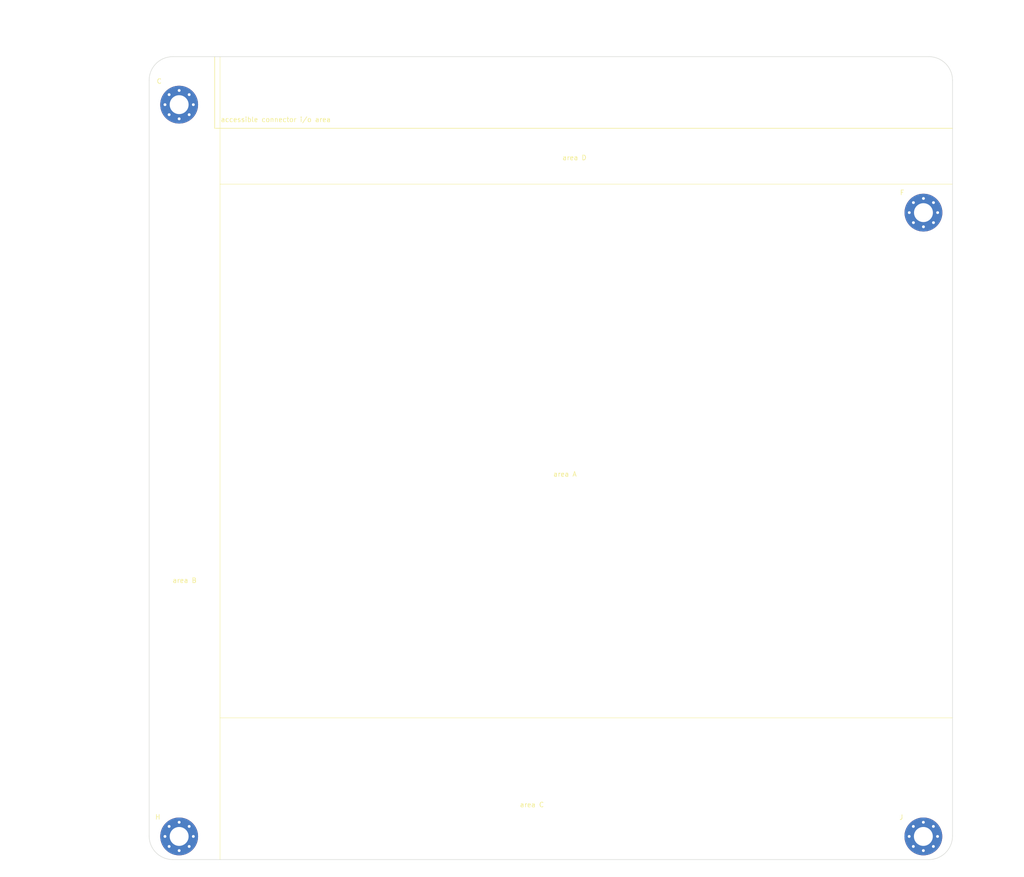
<source format=kicad_pcb>
(kicad_pcb (version 20211014) (generator pcbnew)
  (layers (0 "F.Cu" signal) (31 "B.Cu" signal) (34 "B.Paste" user) (35 "F.Paste" user) (36 "B.SilkS" user "B.Silkscreen") (37 "F.SilkS" user "F.Silkscreen") (38 "B.Mask" user) (39 "F.Mask" user) (44 "Edge.Cuts" user))
  (net 0 "")
  (footprint "MountingHole:MountingHole_4mm_Pad_Via" (layer "F.Cu") (at 232.97 88.08)
    (fp_text reference "H1" hide)
    (fp_text value "MountingHole_Pad")
    (pad "1" thru_hole circle locked (at 0 -3) (size 0.9 0.9) (drill 0.6) (layers *.Cu *.Mask))
    (pad "1" thru_hole circle locked (at 3 0) (size 0.9 0.9) (drill 0.6) (layers *.Cu *.Mask))
    (pad "1" thru_hole circle locked (at 2.12132 2.12132) (size 0.9 0.9) (drill 0.6) (layers *.Cu *.Mask))
    (pad "1" thru_hole circle locked (at 0 0) (size 8 8) (drill 4) (layers *.Cu *.Mask))
    (pad "1" thru_hole circle locked (at 0 3) (size 0.9 0.9) (drill 0.6) (layers *.Cu *.Mask))
    (pad "1" thru_hole circle locked (at -2.12132 -2.12132) (size 0.9 0.9) (drill 0.6) (layers *.Cu *.Mask))
    (pad "1" thru_hole circle locked (at -3 0) (size 0.9 0.9) (drill 0.6) (layers *.Cu *.Mask))
    (pad "1" thru_hole circle locked (at -2.12132 2.12132) (size 0.9 0.9) (drill 0.6) (layers *.Cu *.Mask))
    (pad "1" thru_hole circle locked (at 2.12132 -2.12132) (size 0.9 0.9) (drill 0.6) (layers *.Cu *.Mask))
  )
  (footprint "MountingHole:MountingHole_4mm_Pad_Via" (layer "F.Cu") (at 75.47 65.22)
    (fp_text reference "H3" hide)
    (fp_text value "MountingHole_Pad")
    (pad "1" thru_hole circle locked (at 0 -3) (size 0.9 0.9) (drill 0.6) (layers *.Cu *.Mask))
    (pad "1" thru_hole circle locked (at 2.12132 2.12132) (size 0.9 0.9) (drill 0.6) (layers *.Cu *.Mask))
    (pad "1" thru_hole circle locked (at 2.12132 -2.12132) (size 0.9 0.9) (drill 0.6) (layers *.Cu *.Mask))
    (pad "1" thru_hole circle locked (at -3 0) (size 0.9 0.9) (drill 0.6) (layers *.Cu *.Mask))
    (pad "1" thru_hole circle locked (at 3 0) (size 0.9 0.9) (drill 0.6) (layers *.Cu *.Mask))
    (pad "1" thru_hole circle locked (at -2.12132 -2.12132) (size 0.9 0.9) (drill 0.6) (layers *.Cu *.Mask))
    (pad "1" thru_hole circle locked (at 0 3) (size 0.9 0.9) (drill 0.6) (layers *.Cu *.Mask))
    (pad "1" thru_hole circle locked (at 0 0) (size 8 8) (drill 4) (layers *.Cu *.Mask))
    (pad "1" thru_hole circle locked (at -2.12132 2.12132) (size 0.9 0.9) (drill 0.6) (layers *.Cu *.Mask))
  )
  (footprint "MountingHole:MountingHole_4mm_Pad_Via" (layer "F.Cu") (at 232.95 220.16)
    (fp_text reference "H4" hide)
    (fp_text value "MountingHole_Pad")
    (pad "1" thru_hole circle locked (at 3 0) (size 0.9 0.9) (drill 0.6) (layers *.Cu *.Mask))
    (pad "1" thru_hole circle locked (at 0 -3) (size 0.9 0.9) (drill 0.6) (layers *.Cu *.Mask))
    (pad "1" thru_hole circle locked (at -3 0) (size 0.9 0.9) (drill 0.6) (layers *.Cu *.Mask))
    (pad "1" thru_hole circle locked (at 2.12132 2.12132) (size 0.9 0.9) (drill 0.6) (layers *.Cu *.Mask))
    (pad "1" thru_hole circle locked (at -2.12132 -2.12132) (size 0.9 0.9) (drill 0.6) (layers *.Cu *.Mask))
    (pad "1" thru_hole circle locked (at -2.12132 2.12132) (size 0.9 0.9) (drill 0.6) (layers *.Cu *.Mask))
    (pad "1" thru_hole circle locked (at 0 3) (size 0.9 0.9) (drill 0.6) (layers *.Cu *.Mask))
    (pad "1" thru_hole circle locked (at 0 0) (size 8 8) (drill 4) (layers *.Cu *.Mask))
    (pad "1" thru_hole circle locked (at 2.12132 -2.12132) (size 0.9 0.9) (drill 0.6) (layers *.Cu *.Mask))
  )
  (footprint "MountingHole:MountingHole_4mm_Pad_Via" (layer "F.Cu") (at 75.47 220.16)
    (fp_text reference "H2" hide)
    (fp_text value "MountingHole_Pad")
    (pad "1" thru_hole circle locked (at 0 0) (size 8 8) (drill 4) (layers *.Cu *.Mask))
    (pad "1" thru_hole circle locked (at 2.12132 -2.12132) (size 0.9 0.9) (drill 0.6) (layers *.Cu *.Mask))
    (pad "1" thru_hole circle locked (at 0 -3) (size 0.9 0.9) (drill 0.6) (layers *.Cu *.Mask))
    (pad "1" thru_hole circle locked (at -2.12132 -2.12132) (size 0.9 0.9) (drill 0.6) (layers *.Cu *.Mask))
    (pad "1" thru_hole circle locked (at -2.12132 2.12132) (size 0.9 0.9) (drill 0.6) (layers *.Cu *.Mask))
    (pad "1" thru_hole circle locked (at -3 0) (size 0.9 0.9) (drill 0.6) (layers *.Cu *.Mask))
    (pad "1" thru_hole circle locked (at 3 0) (size 0.9 0.9) (drill 0.6) (layers *.Cu *.Mask))
    (pad "1" thru_hole circle locked (at 0 3) (size 0.9 0.9) (drill 0.6) (layers *.Cu *.Mask))
    (pad "1" thru_hole circle locked (at 2.12132 2.12132) (size 0.9 0.9) (drill 0.6) (layers *.Cu *.Mask))
  )
  (gr_line locked (start 82.99 55.06) (end 82.99 70.22) (layer "F.SilkS") (width 0.15))
  (gr_line locked (start 84.12 225.07) (end 84.12 55.06) (layer "F.SilkS") (width 0.1))
  (gr_line locked (start 84.12 195.06) (end 239.12 195.06) (layer "F.SilkS") (width 0.1))
  (gr_line locked (start 239.12 82.06) (end 84.12 82.06) (layer "F.SilkS") (width 0.1))
  (gr_line locked (start 82.99 70.22) (end 239.12 70.22) (layer "F.SilkS") (width 0.15))
  (gr_line locked (start 74.12 225.06) (end 234.12 225.06) (layer "Edge.Cuts") (width 0.1))
  (gr_arc locked (start 239.12 220.06) (mid 237.655534 223.595534) (end 234.12 225.06) (layer "Edge.Cuts") (width 0.1))
  (gr_line locked (start 239.12 220.06) (end 239.12 60.06) (layer "Edge.Cuts") (width 0.1))
  (gr_arc locked (start 74.12 225.06) (mid 70.584466 223.595534) (end 69.12 220.06) (layer "Edge.Cuts") (width 0.1))
  (gr_arc locked (start 69.12 60.06) (mid 70.584466 56.524466) (end 74.12 55.06) (layer "Edge.Cuts") (width 0.1))
  (gr_line locked (start 234.12 55.06) (end 74.12 55.06) (layer "Edge.Cuts") (width 0.1))
  (gr_arc locked (start 234.12 55.06) (mid 237.655534 56.524466) (end 239.12 60.06) (layer "Edge.Cuts") (width 0.1))
  (gr_line locked (start 69.12 60.06) (end 69.12 220.06) (layer "Edge.Cuts") (width 0.1))
  (gr_text "area C" (at 150.12 213.45) (layer "F.SilkS") (effects (font (size 1 1))))
  (gr_text "area A" (at 157.12 143.45) (layer "F.SilkS") (effects (font (size 1 1))))
  (gr_text "area B" (at 76.62 165.95) (layer "F.SilkS") (effects (font (size 1 1))))
  (gr_text "C" (at 71.24 60.26) (layer "F.SilkS") (effects (font (size 1 1))))
  (gr_text "H" (at 70.95 216.06) (layer "F.SilkS") (effects (font (size 1 1))))
  (gr_text "area D" (at 159.12 76.45) (layer "F.SilkS") (effects (font (size 1 1))))
  (gr_text "accessible connector i/o area" (at 95.91 68.38) (layer "F.SilkS") (effects (font (size 1 1))))
  (gr_text "J" (at 228.28 216.12) (layer "F.SilkS") (effects (font (size 1 1))))
  (gr_text "F" (at 228.46 83.84) (layer "F.SilkS") (effects (font (size 1 1))))
)
</source>
